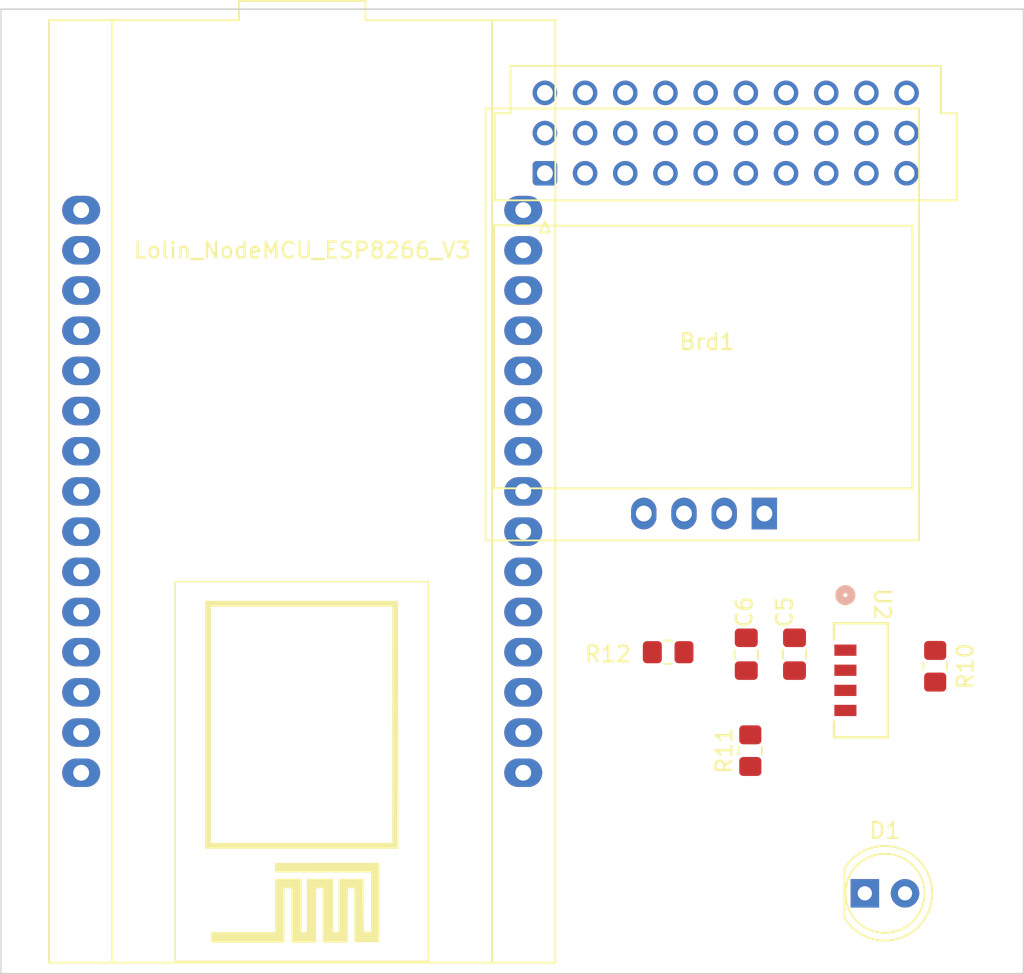
<source format=kicad_pcb>
(kicad_pcb (version 20240108) (generator "pcbnew") (generator_version "8.0")
  (layers (0 "F.Cu" signal) (31 "B.Cu" signal) (34 "B.Paste" user) (35 "F.Paste" user) (36 "B.SilkS" user "B.Silkscreen") (37 "F.SilkS" user "F.Silkscreen") (38 "B.Mask" user) (39 "F.Mask" user) (44 "Edge.Cuts" user))
  (net 0 "")
  (net 2 "VCC")
  (net 4 "GND")
  (net 14 "TEMP_ALERT")
  (net 15 "TEMP_ADDR")
  (net 17 "SDA")
  (net 18 "SCL")
  (net 27 "Net-(U2-VDD)")
  (footprint "Resistor_SMD:R_0805_2012Metric_Pad1.20x1.40mm_HandSolder" (layer "F.Cu") (at 135.255 117.729 90)
    (property "Reference" "R10" (at 0 1.905 90) (layer "F.SilkS"))
    (property "Value" "4k")
    (fp_line (start -0.227064 -0.735) (end 0.227064 -0.735) (stroke (width 0.12)) (layer "F.SilkS"))
    (fp_line (start -0.227064 0.735) (end 0.227064 0.735) (stroke (width 0.12)) (layer "F.SilkS"))
    (pad "1" smd roundrect (at -1 0 90) (size 1.2 1.4) (layers "F.Cu" "F.Paste" "F.Mask") (roundrect_rratio 0.2083333333) (net 2 "VCC"))
    (pad "2" smd roundrect (at 1 0 90) (size 1.2 1.4) (layers "F.Cu" "F.Paste" "F.Mask") (roundrect_rratio 0.2083333333) (net 18 "SCL"))
  )
  (footprint "prg_pcb:ssd1306" (layer "F.Cu") (at 120.84 97.477 180)
    (property "Reference" "Brd1" (at 0 0.254 0) (layer "F.SilkS"))
    (property "Value" "SSD1306")
    (fp_line (start 14 15) (end -13.4 15) (stroke (width 0.12)) (layer "F.SilkS"))
    (fp_line (start 14 -12.3) (end 14 15) (stroke (width 0.12)) (layer "F.SilkS"))
    (fp_line (start 13.462 7.62) (end 13.462 -9.017) (stroke (width 0.12)) (layer "F.SilkS"))
    (fp_line (start 13.462 -9.017) (end 13.208 -9.005) (stroke (width 0.12)) (layer "F.SilkS"))
    (fp_line (start 10.122 7.595) (end 13.462 7.62) (stroke (width 0.12)) (layer "F.SilkS"))
    (fp_line (start 10.122 7.595) (end -12.978 7.595) (stroke (width 0.12)) (layer "F.SilkS"))
    (fp_line (start 10.122 -9.005) (end 13.208 -9.005) (stroke (width 0.12)) (layer "F.SilkS"))
    (fp_line (start -12.978 7.595) (end -12.978 -9.005) (stroke (width 0.12)) (layer "F.SilkS"))
    (fp_line (start -12.978 -9.005) (end 10.122 -9.005) (stroke (width 0.12)) (layer "F.SilkS"))
    (fp_line (start -13.4 15) (end -13.4 -12.3) (stroke (width 0.12)) (layer "F.SilkS"))
    (fp_line (start -13.4 -12.3) (end 14 -12.3) (stroke (width 0.12)) (layer "F.SilkS"))
    (pad "1" thru_hole rect (at -3.62 -10.6 270) (size 2 1.6) (drill 1) (layers "*.Cu" "*.Mask") (net 4 "GND"))
    (pad "2" thru_hole oval (at -1.08 -10.6 270) (size 2 1.6) (drill 1) (layers "*.Cu" "*.Mask") (net 2 "VCC"))
    (pad "3" thru_hole oval (at 1.46 -10.6 270) (size 2 1.6) (drill 1) (layers "*.Cu" "*.Mask") (net 18 "SCL"))
    (pad "4" thru_hole oval (at 4 -10.6 270) (size 2 1.6) (drill 1) (layers "*.Cu" "*.Mask") (net 17 "SDA"))
  )
  (footprint "Capacitor_SMD:C_0805_2012Metric_Pad1.18x1.45mm_HandSolder" (layer "F.Cu") (at 123.317 116.967 90)
    (property "Reference" "C6" (at 2.667 -0.127 90) (layer "F.SilkS"))
    (property "Value" "100n")
    (fp_line (start -0.261252 -0.735) (end 0.261252 -0.735) (stroke (width 0.12)) (layer "F.SilkS"))
    (fp_line (start -0.261252 0.735) (end 0.261252 0.735) (stroke (width 0.12)) (layer "F.SilkS"))
    (pad "1" smd roundrect (at -1.0375 0 90) (size 1.175 1.45) (layers "F.Cu" "F.Paste" "F.Mask") (roundrect_rratio 0.2127659574) (net 27 "Net-(U2-VDD)"))
    (pad "2" smd roundrect (at 1.0375 0 90) (size 1.175 1.45) (layers "F.Cu" "F.Paste" "F.Mask") (roundrect_rratio 0.2127659574) (net 4 "GND"))
  )
  (footprint "Resistor_SMD:R_0805_2012Metric_Pad1.20x1.40mm_HandSolder" (layer "F.Cu") (at 123.571 123.063 90)
    (property "Reference" "R11" (at 0 -1.65 90) (layer "F.SilkS"))
    (property "Value" "4k")
    (fp_line (start -0.227064 -0.735) (end 0.227064 -0.735) (stroke (width 0.12)) (layer "F.SilkS"))
    (fp_line (start -0.227064 0.735) (end 0.227064 0.735) (stroke (width 0.12)) (layer "F.SilkS"))
    (pad "1" smd roundrect (at -1 0 90) (size 1.2 1.4) (layers "F.Cu" "F.Paste" "F.Mask") (roundrect_rratio 0.2083333333) (net 2 "VCC"))
    (pad "2" smd roundrect (at 1 0 90) (size 1.2 1.4) (layers "F.Cu" "F.Paste" "F.Mask") (roundrect_rratio 0.2083333333) (net 17 "SDA"))
  )
  (footprint "prg_pcb:VEML7700-TR" (layer "F.Cu") (at 130.556 118.618 -90)
    (property "Reference" "U2" (at -4.817042 -1.365644 -90) (layer "F.SilkS"))
    (property "Value" "VEML7700-TR")
    (fp_circle (center -5.3848 0.9752) (end -5.0038 0.9752) (stroke (width 0.508)) (fill none) (layer "B.SilkS"))
    (fp_line (start -3.6068 1.7018) (end -2.592151 1.7018) (stroke (width 0.1524)) (layer "F.SilkS"))
    (fp_line (start 2.592151 1.7018) (end 3.6068 1.7018) (stroke (width 0.1524)) (layer "F.SilkS"))
    (fp_line (start 3.6068 1.7018) (end 3.6068 -1.7018) (stroke (width 0.1524)) (layer "F.SilkS"))
    (fp_line (start -3.6068 -1.7018) (end -3.6068 1.7018) (stroke (width 0.1524)) (layer "F.SilkS"))
    (fp_line (start 3.6068 -1.7018) (end -3.6068 -1.7018) (stroke (width 0.1524)) (layer "F.SilkS"))
    (fp_circle (center -5.3848 0.9752) (end -5.0038 0.9752) (stroke (width 0.508)) (fill none) (layer "F.SilkS"))
    (pad "1" smd rect (at -1.905 0.9752 270) (size 0.7112 1.397) (layers "F.Cu" "F.Paste" "F.Mask") (net 18 "SCL"))
    (pad "2" smd rect (at -0.635 0.9752 270) (size 0.7112 1.397) (layers "F.Cu" "F.Paste" "F.Mask") (net 27 "Net-(U2-VDD)"))
    (pad "3" smd rect (at 0.635 0.9752 270) (size 0.7112 1.397) (layers "F.Cu" "F.Paste" "F.Mask") (net 4 "GND"))
    (pad "4" smd rect (at 1.905 0.9752 270) (size 0.7112 1.397) (layers "F.Cu" "F.Paste" "F.Mask") (net 17 "SDA"))
  )
  (footprint "Capacitor_SMD:C_0805_2012Metric_Pad1.18x1.45mm_HandSolder" (layer "F.Cu") (at 126.365 116.967 90)
    (property "Reference" "C5" (at 2.667 -0.635 90) (layer "F.SilkS"))
    (property "Value" "10u")
    (fp_line (start -0.261252 -0.735) (end 0.261252 -0.735) (stroke (width 0.12)) (layer "F.SilkS"))
    (fp_line (start -0.261252 0.735) (end 0.261252 0.735) (stroke (width 0.12)) (layer "F.SilkS"))
    (pad "1" smd roundrect (at -1.0375 0 90) (size 1.175 1.45) (layers "F.Cu" "F.Paste" "F.Mask") (roundrect_rratio 0.2127659574) (net 27 "Net-(U2-VDD)"))
    (pad "2" smd roundrect (at 1.0375 0 90) (size 1.175 1.45) (layers "F.Cu" "F.Paste" "F.Mask") (roundrect_rratio 0.2127659574) (net 4 "GND"))
  )
  (footprint "prg_pcb:3x10_connector_THT" (layer "F.Cu") (at 110.587869 86.570937 90)
    (property "Reference" "J1" (hide yes))
    (property "Value" "~" (hide yes))
    (fp_line (start 3.79 -3.17) (end 3.79 -2.17) (stroke (width 0.12)) (layer "F.SilkS"))
    (fp_line (start -1.71 -3.17) (end 3.79 -3.17) (stroke (width 0.12)) (layer "F.SilkS"))
    (fp_line (start 6.79 -2.17) (end 6.79 25.03) (stroke (width 0.12)) (layer "F.SilkS"))
    (fp_line (start 3.79 -2.17) (end 6.79 -2.17) (stroke (width 0.12)) (layer "F.SilkS"))
    (fp_line (start -3.74 -0.3) (end -3.74 0.3) (stroke (width 0.12)) (layer "F.SilkS"))
    (fp_line (start -3.06 0) (end -3.74 -0.3) (stroke (width 0.12)) (layer "F.SilkS"))
    (fp_line (start -3.74 0.3) (end -3.06 0) (stroke (width 0.12)) (layer "F.SilkS"))
    (fp_line (start 6.79 25.03) (end 3.79 25.03) (stroke (width 0.12)) (layer "F.SilkS"))
    (fp_line (start 3.79 25.03) (end 3.79 26.03) (stroke (width 0.12)) (layer "F.SilkS"))
    (fp_line (start 3.79 26.03) (end -1.71 26.03) (stroke (width 0.12)) (layer "F.SilkS"))
    (fp_line (start -1.71 26.03) (end -1.71 -3.17) (stroke (width 0.12)) (layer "F.SilkS"))
    (pad "a1" thru_hole roundrect (at 0 0 90) (size 1.55 1.55) (drill 1) (layers "*.Cu" "*.Mask") (roundrect_rratio 0.1612896774) (net 4 "GND"))
    (pad "a2" thru_hole circle (at 0 2.54 90) (size 1.55 1.55) (drill 1) (layers "*.Cu" "*.Mask"))
    (pad "a3" thru_hole circle (at 0 5.08 90) (size 1.55 1.55) (drill 1) (layers "*.Cu" "*.Mask"))
    (pad "a4" thru_hole circle (at 0 7.62 90) (size 1.55 1.55) (drill 1) (layers "*.Cu" "*.Mask"))
    (pad "a5" thru_hole circle (at 0 10.16 90) (size 1.55 1.55) (drill 1) (layers "*.Cu" "*.Mask"))
    (pad "a6" thru_hole circle (at 0 12.7 90) (size 1.55 1.55) (drill 1) (layers "*.Cu" "*.Mask"))
    (pad "a7" thru_hole circle (at 0 15.24 90) (size 1.55 1.55) (drill 1) (layers "*.Cu" "*.Mask"))
    (pad "a8" thru_hole circle (at 0 17.78 90) (size 1.55 1.55) (drill 1) (layers "*.Cu" "*.Mask"))
    (pad "a9" thru_hole circle (at 0 20.32 90) (size 1.55 1.55) (drill 1) (layers "*.Cu" "*.Mask"))
    (pad "a10" thru_hole circle (at 0 22.86 90) (size 1.55 1.55) (drill 1) (layers "*.Cu" "*.Mask"))
    (pad "b1" thru_hole circle (at 2.54 0 90) (size 1.55 1.55) (drill 1) (layers "*.Cu" "*.Mask"))
    (pad "b2" thru_hole circle (at 2.54 2.54 90) (size 1.55 1.55) (drill 1) (layers "*.Cu" "*.Mask"))
    (pad "b3" thru_hole circle (at 2.54 5.08 90) (size 1.55 1.55) (drill 1) (layers "*.Cu" "*.Mask"))
    (pad "b4" thru_hole circle (at 2.54 7.62 90) (size 1.55 1.55) (drill 1) (layers "*.Cu" "*.Mask"))
    (pad "b5" thru_hole circle (at 2.54 10.16 90) (size 1.55 1.55) (drill 1) (layers "*.Cu" "*.Mask"))
    (pad "b6" thru_hole circle (at 2.54 12.7 90) (size 1.55 1.55) (drill 1) (layers "*.Cu" "*.Mask"))
    (pad "b7" thru_hole circle (at 2.54 15.24 90) (size 1.55 1.55) (drill 1) (layers "*.Cu" "*.Mask"))
    (pad "b8" thru_hole circle (at 2.54 17.78 90) (size 1.55 1.55) (drill 1) (layers "*.Cu" "*.Mask"))
    (pad "b9" thru_hole circle (at 2.54 20.32 90) (size 1.55 1.55) (drill 1) (layers "*.Cu" "*.Mask"))
    (pad "b10" thru_hole circle (at 2.54 22.86 90) (size 1.55 1.55) (drill 1) (layers "*.Cu" "*.Mask"))
    (pad "c1" thru_hole circle (at 5.08 0 90) (size 1.55 1.55) (drill 1) (layers "*.Cu" "*.Mask") (net 2 "VCC"))
    (pad "c2" thru_hole circle (at 5.08 2.54 90) (size 1.55 1.55) (drill 1) (layers "*.Cu" "*.Mask"))
    (pad "c3" thru_hole circle (at 5.08 5.08 90) (size 1.55 1.55) (drill 1) (layers "*.Cu" "*.Mask"))
    (pad "c4" thru_hole circle (at 5.08 7.62 90) (size 1.55 1.55) (drill 1) (layers "*.Cu" "*.Mask"))
    (pad "c5" thru_hole circle (at 5.08 10.16 90) (size 1.55 1.55) (drill 1) (layers "*.Cu" "*.Mask"))
    (pad "c6" thru_hole circle (at 5.08 12.7 90) (size 1.55 1.55) (drill 1) (layers "*.Cu" "*.Mask"))
    (pad "c7" thru_hole circle (at 5.08 15.24 90) (size 1.55 1.55) (drill 1) (layers "*.Cu" "*.Mask"))
    (pad "c8" thru_hole circle (at 5.08 17.78 90) (size 1.55 1.55) (drill 1) (layers "*.Cu" "*.Mask"))
    (pad "c9" thru_hole circle (at 5.08 20.32 90) (size 1.55 1.55) (drill 1) (layers "*.Cu" "*.Mask"))
    (pad "c10" thru_hole circle (at 5.08 22.86 90) (size 1.55 1.55) (drill 1) (layers "*.Cu" "*.Mask"))
  )
  (footprint "PCM_SL_Development_Boards:Lolin_NodeMCU_ESP8266" (layer "F.Cu") (at 95.25 106.68)
    (property "Reference" "A2")
    (property "Value" "Lolin_NodeMCU_ESP8266_V3" (at 0 -15.24 0) (layer "F.SilkS"))
    (fp_line (start -16 -29.78) (end -16 29.78) (stroke (width 0.12)) (layer "F.SilkS"))
    (fp_line (start -16 29.78) (end 15.999999 29.78) (stroke (width 0.12)) (layer "F.SilkS"))
    (fp_line (start -12 -29.75) (end -12 29.75) (stroke (width 0.12)) (layer "F.SilkS"))
    (fp_line (start -6.05097 7) (end -6.05097 22.5) (stroke (width 0.17)) (layer "F.SilkS"))
    (fp_line (start -6.05097 7) (end 5.62422 7) (stroke (width 0.17)) (layer "F.SilkS"))
    (fp_line (start -6.05097 22.5) (end 6 22.5) (stroke (width 0.17)) (layer "F.SilkS"))
    (fp_line (start -6 7.2) (end 5.77325 7.2) (stroke (width 0.17)) (layer "F.SilkS"))
    (fp_line (start -6 22.4) (end -5.75097 22.4414) (stroke (width 0.12)) (layer "F.SilkS"))
    (fp_line (start -5.99239 7) (end -6 22.4) (stroke (width 0.17)) (layer "F.SilkS"))
    (fp_line (start -5.85097 22.3) (end -5.85097 7.2) (stroke (width 0.17)) (layer "F.SilkS"))
    (fp_line (start -5.75097 22.4414) (end 5.9 22.4414) (stroke (width 0.17)) (layer "F.SilkS"))
    (fp_line (start -5.66293 27.9361) (end -5.66293 28.4367) (stroke (width 0.17)) (layer "F.SilkS"))
    (fp_line (start -5.66293 28.4367) (end -1.2 28.4367) (stroke (width 0.17)) (layer "F.SilkS"))
    (fp_line (start -4 -31) (end -4 -29.78) (stroke (width 0.12)) (layer "F.SilkS"))
    (fp_line (start -4 -29.78) (end -16 -29.78) (stroke (width 0.12)) (layer "F.SilkS"))
    (fp_line (start -1.63198 23.5606) (end -1.63198 23.5872) (stroke (width 0.17)) (layer "F.SilkS"))
    (fp_line (start -1.63198 23.5872) (end -1.63198 24) (stroke (width 0.17)) (layer "F.SilkS"))
    (fp_line (start -1.63198 24) (end 4.37804 24) (stroke (width 0.17)) (layer "F.SilkS"))
    (fp_line (start -1.62436 24.561) (end -1.62436 27.9361) (stroke (width 0.17)) (layer "F.SilkS"))
    (fp_line (start -1.62436 27.9361) (end -5.66293 27.9361) (stroke (width 0.17)) (layer "F.SilkS"))
    (fp_line (start -1.4 23.8) (end 4.6 23.8) (stroke (width 0.5)) (layer "F.SilkS"))
    (fp_line (start -1.4 24.8) (end -1.4 28.2) (stroke (width 0.5)) (layer "F.SilkS"))
    (fp_line (start -1.4 28.2) (end -5.5 28.2) (stroke (width 0.5)) (layer "F.SilkS"))
    (fp_line (start -1.2 28.4367) (end -1.2 25.0616) (stroke (width 0.17)) (layer "F.SilkS"))
    (fp_line (start -1.12376 25) (end -0.624359 25) (stroke (width 0.17)) (layer "F.SilkS"))
    (fp_line (start -0.6 25.0616) (end -0.6 28.4367) (stroke (width 0.17)) (layer "F.SilkS"))
    (fp_line (start -0.6 28.4367) (end 0.8 28.4367) (stroke (width 0.17)) (layer "F.SilkS"))
    (fp_line (start -0.4 24.8) (end -1.4 24.8) (stroke (width 0.5)) (layer "F.SilkS"))
    (fp_line (start -0.4 28.2) (end -0.4 24.8) (stroke (width 0.5)) (layer "F.SilkS"))
    (fp_line (start -0.123758 24.561) (end -1.62436 24.561) (stroke (width 0.17)) (layer "F.SilkS"))
    (fp_line (start -0.123758 27.9361) (end -0.123758 24.561) (stroke (width 0.17)) (layer "F.SilkS"))
    (fp_line (start 0.376441 24.561) (end 0.376441 27.9361) (stroke (width 0.17)) (layer "F.SilkS"))
    (fp_line (start 0.376441 27.9361) (end -0.123758 27.9361) (stroke (width 0.17)) (layer "F.SilkS"))
    (fp_line (start 0.6 24.8) (end 0.6 28.2) (stroke (width 0.5)) (layer "F.SilkS"))
    (fp_line (start 0.6 28.2) (end -0.4 28.2) (stroke (width 0.5)) (layer "F.SilkS"))
    (fp_line (start 0.8 28.4367) (end 0.8 25.0616) (stroke (width 0.17)) (layer "F.SilkS"))
    (fp_line (start 0.877042 25) (end 1.37644 25) (stroke (width 0.17)) (layer "F.SilkS"))
    (fp_line (start 1.37644 25.0616) (end 1.37644 28.4367) (stroke (width 0.17)) (layer "F.SilkS"))
    (fp_line (start 1.37644 28.4367) (end 2.8 28.4367) (stroke (width 0.17)) (layer "F.SilkS"))
    (fp_line (start 1.6 24.8) (end 0.6 24.8) (stroke (width 0.5)) (layer "F.SilkS"))
    (fp_line (start 1.6 28.2) (end 1.6 24.8) (stroke (width 0.5)) (layer "F.SilkS"))
    (fp_line (start 1.87704 24.561) (end 0.376441 24.561) (stroke (width 0.17)) (layer "F.SilkS"))
    (fp_line (start 1.87704 27.9361) (end 1.87704 24.561) (stroke (width 0.17)) (layer "F.SilkS"))
    (fp_line (start 2.37724 24.561) (end 2.37724 27.9361) (stroke (width 0.17)) (layer "F.SilkS"))
    (fp_line (start 2.37724 27.9361) (end 1.87704 27.9361) (stroke (width 0.17)) (layer "F.SilkS"))
    (fp_line (start 2.6 24.8) (end 2.6 28.2) (stroke (width 0.5)) (layer "F.SilkS"))
    (fp_line (start 2.6 28.2) (end 1.6 28.2) (stroke (width 0.5)) (layer "F.SilkS"))
    (fp_line (start 2.8 28.4367) (end 2.8 25.0616) (stroke (width 0.17)) (layer "F.SilkS"))
    (fp_line (start 2.87784 25) (end 3.37724 25) (stroke (width 0.17)) (layer "F.SilkS"))
    (fp_line (start 3.37724 25.0616) (end 3.37724 28.4042) (stroke (width 0.17)) (layer "F.SilkS"))
    (fp_line (start 3.37724 28.4042) (end 4.8 28.4) (stroke (width 0.17)) (layer "F.SilkS"))
    (fp_line (start 3.5 24.8) (end 2.6 24.8) (stroke (width 0.5)) (layer "F.SilkS"))
    (fp_line (start 3.6 24.9) (end 3.5 24.8) (stroke (width 0.12)) (layer "F.SilkS"))
    (fp_line (start 3.65 28.05) (end 3.6 24.8) (stroke (width 0.5)) (layer "F.SilkS"))
    (fp_line (start 3.8 24.561) (end 2.37724 24.561) (stroke (width 0.17)) (layer "F.SilkS"))
    (fp_line (start 3.8 27.904) (end 3.8 24.561) (stroke (width 0.17)) (layer "F.SilkS"))
    (fp_line (start 4 -31) (end -4 -31) (stroke (width 0.12)) (layer "F.SilkS"))
    (fp_line (start 4 -29.78) (end 4 -31) (stroke (width 0.12)) (layer "F.SilkS"))
    (fp_line (start 4.37804 27.904) (end 3.87784 27.904) (stroke (width 0.17)) (layer "F.SilkS"))
    (fp_line (start 4.5 24.0608) (end 4.5 27.904) (stroke (width 0.17)) (layer "F.SilkS"))
    (fp_line (start 4.6 23.8) (end 4.6 28.1) (stroke (width 0.5)) (layer "F.SilkS"))
    (fp_line (start 4.6 28.1) (end 3.6 28.1) (stroke (width 0.5)) (layer "F.SilkS"))
    (fp_line (start 4.8 23.5564) (end -1.63198 23.5606) (stroke (width 0.17)) (layer "F.SilkS"))
    (fp_line (start 4.8 28.4) (end 4.8 23.5564) (stroke (width 0.17)) (layer "F.SilkS"))
    (fp_line (start 5.77325 7.0586) (end -6 7.0586) (stroke (width 0.17)) (layer "F.SilkS"))
    (fp_line (start 5.77325 7.1) (end 5.77325 22.2) (stroke (width 0.17)) (layer "F.SilkS"))
    (fp_line (start 5.91467 22.3) (end -5.9363 22.3) (stroke (width 0.17)) (layer "F.SilkS"))
    (fp_line (start 5.91467 22.3) (end 5.91467 7) (stroke (width 0.17)) (layer "F.SilkS"))
    (fp_line (start 5.97325 7) (end -5.65097 7) (stroke (width 0.17)) (layer "F.SilkS"))
    (fp_line (start 6 22.5) (end 5.97325 7) (stroke (width 0.17)) (layer "F.SilkS"))
    (fp_line (start 12 -29.75) (end 12 29.75) (stroke (width 0.12)) (layer "F.SilkS"))
    (fp_line (start 15.999999 29.78) (end 16 -29.78) (stroke (width 0.12)) (layer "F.SilkS"))
    (fp_line (start 16 -29.78) (end 4 -29.78) (stroke (width 0.12)) (layer "F.SilkS"))
    (fp_rect (start -8.02675 5.7013) (end 7.97325 29.7013) (stroke (width 0.1)) (fill none) (layer "F.SilkS"))
    (pad "1" thru_hole oval (at -13.97 -17.78 270) (size 1.8 2.4) (drill 1) (layers "*.Cu" "*.Mask") (net 2 "VCC"))
    (pad "2" thru_hole oval (at -13.97 -15.24 270) (size 1.8 2.4) (drill 1) (layers "*.Cu" "*.Mask") (net 4 "GND"))
    (pad "3" thru_hole oval (at -13.97 -12.7 270) (size 1.8 2.4) (drill 1) (layers "*.Cu" "*.Mask") (net 14 "TEMP_ALERT"))
    (pad "4" thru_hole oval (at -13.97 -10.16 270) (size 1.8 2.4) (drill 1) (layers "*.Cu" "*.Mask") (net 15 "TEMP_ADDR"))
    (pad "5" thru_hole oval (at -13.97 -7.62 270) (size 1.8 2.4) (drill 1) (layers "*.Cu" "*.Mask"))
    (pad "6" thru_hole oval (at -13.97 -5.08 270) (size 1.8 2.4) (drill 1) (layers "*.Cu" "*.Mask"))
    (pad "7" thru_hole oval (at -13.97 -2.54 270) (size 1.8 2.4) (drill 1) (layers "*.Cu" "*.Mask"))
    (pad "8" thru_hole oval (at -13.97 0 270) (size 1.8 2.4) (drill 1) (layers "*.Cu" "*.Mask"))
    (pad "9" thru_hole oval (at -13.97 2.54 270) (size 1.8 2.4) (drill 1) (layers "*.Cu" "*.Mask") (net 4 "GND"))
    (pad "10" thru_hole oval (at -13.97 5.08 270) (size 1.8 2.4) (drill 1) (layers "*.Cu" "*.Mask") (net 2 "VCC"))
    (pad "11" thru_hole oval (at -13.97 7.62 270) (size 1.8 2.4) (drill 1) (layers "*.Cu" "*.Mask"))
    (pad "12" thru_hole oval (at -13.97 10.16 270) (size 1.8 2.4) (drill 1) (layers "*.Cu" "*.Mask"))
    (pad "13" thru_hole oval (at -13.97 12.7 270) (size 1.8 2.4) (drill 1) (layers "*.Cu" "*.Mask") (net 17 "SDA"))
    (pad "14" thru_hole oval (at -13.97 15.24 270) (size 1.8 2.4) (drill 1) (layers "*.Cu" "*.Mask") (net 18 "SCL"))
    (pad "15" thru_hole oval (at -13.97 17.78 270) (size 1.8 2.4) (drill 1) (layers "*.Cu" "*.Mask"))
    (pad "16" thru_hole oval (at 13.97 17.78 270) (size 1.8 2.4) (drill 1) (layers "*.Cu" "*.Mask"))
    (pad "17" thru_hole oval (at 13.97 15.24 270) (size 1.8 2.4) (drill 1) (layers "*.Cu" "*.Mask") (net 4 "GND"))
    (pad "18" thru_hole oval (at 13.97 12.7 270) (size 1.8 2.4) (drill 1) (layers "*.Cu" "*.Mask"))
    (pad "19" thru_hole oval (at 13.97 10.16 270) (size 1.8 2.4) (drill 1) (layers "*.Cu" "*.Mask"))
    (pad "20" thru_hole oval (at 13.97 7.62 270) (size 1.8 2.4) (drill 1) (layers "*.Cu" "*.Mask"))
    (pad "21" thru_hole oval (at 13.97 5.08 270) (size 1.8 2.4) (drill 1) (layers "*.Cu" "*.Mask"))
    (pad "22" thru_hole oval (at 13.97 2.54 270) (size 1.8 2.4) (drill 1) (layers "*.Cu" "*.Mask"))
    (pad "23" thru_hole oval (at 13.97 0 270) (size 1.8 2.4) (drill 1) (layers "*.Cu" "*.Mask"))
    (pad "24" thru_hole oval (at 13.97 -2.54 270) (size 1.8 2.4) (drill 1) (layers "*.Cu" "*.Mask"))
    (pad "25" thru_hole oval (at 13.97 -5.08 270) (size 1.8 2.4) (drill 1) (layers "*.Cu" "*.Mask") (net 4 "GND"))
    (pad "26" thru_hole oval (at 13.97 -7.62 270) (size 1.8 2.4) (drill 1) (layers "*.Cu" "*.Mask") (net 2 "VCC"))
    (pad "27" thru_hole oval (at 13.97 -10.16 270) (size 1.8 2.4) (drill 1) (layers "*.Cu" "*.Mask"))
    (pad "28" thru_hole oval (at 13.97 -12.7 270) (size 1.8 2.4) (drill 1) (layers "*.Cu" "*.Mask"))
    (pad "29" thru_hole oval (at 13.97 -15.24 270) (size 1.8 2.4) (drill 1) (layers "*.Cu" "*.Mask") (net 4 "GND"))
    (pad "30" thru_hole oval (at 13.97 -17.78 270) (size 1.8 2.4) (drill 1) (layers "*.Cu" "*.Mask"))
  )
  (footprint "Resistor_SMD:R_0805_2012Metric_Pad1.20x1.40mm_HandSolder" (layer "F.Cu") (at 118.38 116.84 180)
    (property "Reference" "R12" (at 3.81 -0.127 0) (layer "F.SilkS"))
    (property "Value" "10")
    (fp_line (start -0.227064 0.735) (end 0.227064 0.735) (stroke (width 0.12)) (layer "F.SilkS"))
    (fp_line (start -0.227064 -0.735) (end 0.227064 -0.735) (stroke (width 0.12)) (layer "F.SilkS"))
    (pad "1" smd roundrect (at -1 0 180) (size 1.2 1.4) (layers "F.Cu" "F.Paste" "F.Mask") (roundrect_rratio 0.2083333333) (net 27 "Net-(U2-VDD)"))
    (pad "2" smd roundrect (at 1 0 180) (size 1.2 1.4) (layers "F.Cu" "F.Paste" "F.Mask") (roundrect_rratio 0.2083333333) (net 2 "VCC"))
  )
  (footprint "LED_THT:LED_D5.0mm" (layer "F.Cu") (at 130.81 132.08)
    (property "Reference" "D1" (at 1.27 -3.96 0) (layer "F.SilkS"))
    (property "Value" "LED")
    (fp_line (start -1.29 -1.545) (end -1.29 1.545) (stroke (width 0.12)) (layer "F.SilkS"))
    (fp_arc (start -1.29 -1.54483) (mid 2.072002 -2.880433) (end 4.26 0.000462) (stroke (width 0.12)) (layer "F.SilkS"))
    (fp_arc (start 4.26 -0.000462) (mid 2.072002 2.880433) (end -1.29 1.54483) (stroke (width 0.12)) (layer "F.SilkS"))
    (fp_circle (center 1.27 0) (end 3.77 0) (stroke (width 0.12)) (fill none) (layer "F.SilkS"))
    (pad "1" thru_hole rect (at 0 0) (size 1.8 1.8) (drill 0.9) (layers "*.Cu" "*.Mask"))
    (pad "2" thru_hole circle (at 2.54 0) (size 1.8 1.8) (drill 0.9) (layers "*.Cu" "*.Mask"))
  )
  (gr_rect (start 76.2 76.2) (end 140.843 137.16) (stroke (width 0.1)) (fill none) (layer "Edge.Cuts"))
)
</source>
